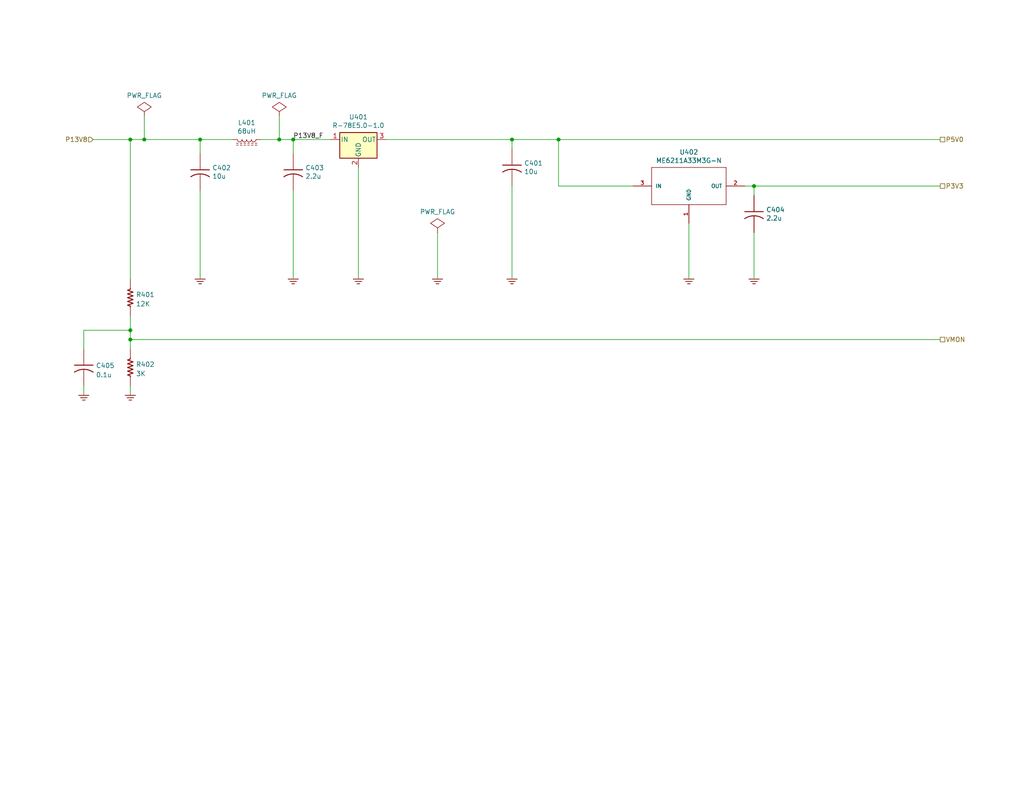
<source format=kicad_sch>
(kicad_sch (version 20211123) (generator eeschema)
  (paper "A")
  (title_block (title "Quad output VFO") (rev "X2"))
  (lib_symbols
    (symbol "Device:L_Ferrite" (pin_numbers hide) (pin_names (offset 1.016) hide)
      (property "Reference" "L" (at -1.27 0 90))
      (property "Value" "L_Ferrite" (at 2.794 0 90))
      (symbol "L_Ferrite_0_1"
        (arc (start 0 -2.54) (mid 0.635 -1.905) (end 0 -1.27))
        (arc (start 0 -1.27) (mid 0.635 -0.635) (end 0 0))
        (polyline (pts (xy 1.016 -2.794) (xy 1.016 -2.286)))
        (polyline (pts (xy 1.016 -1.778) (xy 1.016 -1.27)))
        (polyline (pts (xy 1.016 -0.762) (xy 1.016 -0.254)))
        (polyline (pts (xy 1.016 0.254) (xy 1.016 0.762)))
        (polyline (pts (xy 1.016 1.27) (xy 1.016 1.778)))
        (polyline (pts (xy 1.016 2.286) (xy 1.016 2.794)))
        (polyline (pts (xy 1.524 -2.286) (xy 1.524 -2.794)))
        (polyline (pts (xy 1.524 -1.27) (xy 1.524 -1.778)))
        (polyline (pts (xy 1.524 -0.254) (xy 1.524 -0.762)))
        (polyline (pts (xy 1.524 0.762) (xy 1.524 0.254)))
        (polyline (pts (xy 1.524 1.778) (xy 1.524 1.27)))
        (polyline (pts (xy 1.524 2.794) (xy 1.524 2.286)))
        (arc (start 0 0) (mid 0.635 0.635) (end 0 1.27))
        (arc (start 0 1.27) (mid 0.635 1.905) (end 0 2.54))
      )
      (symbol "L_Ferrite_1_1"
        (pin passive line (at 0 3.81 270) (length 1.27) (name "1") (number "1"))
        (pin passive line (at 0 -3.81 90) (length 1.27) (name "2") (number "2"))
      )
    )
    (symbol "custom:C_US" (pin_numbers hide) (pin_names (offset 0.254) hide)
      (property "Reference" "C" (at 1.27 2.54 0))
      (property "Value" "C_US" (at 1.27 -2.54 0))
      (symbol "C_US_0_1"
        (polyline (pts (xy -2.54 0.635) (xy 2.54 0.635) (xy 2.54 0.635)) (stroke (width 0.254)))
        (arc (start 2.54 -1.27) (mid 0 -0.5009) (end -2.54 -1.27) (stroke (width 0.254)))
      )
      (symbol "C_US_1_1"
        (pin passive line (at 0 5.08 270) (length 4.445) (name "~") (number "1"))
        (pin passive line (at 0 -5.08 90) (length 4.445) (name "~") (number "2"))
      )
    )
    (symbol "custom:C_US_0805_0.1UF_X7R_10%_50V_HS" (pin_numbers hide) (pin_names (offset 0.254) hide)
      (property "Reference" "C" (at 1.27 2.54 0))
      (property "Value" "C_US_0805_0.1UF_X7R_10%_50V_HS" (at 1.27 -2.54 0))
      (symbol "C_US_0805_0.1UF_X7R_10%_50V_HS_0_1"
        (polyline (pts (xy -2.54 0.635) (xy 2.54 0.635) (xy 2.54 0.635)) (stroke (width 0.254)))
        (arc (start 2.54 -1.27) (mid 0 -0.5009) (end -2.54 -1.27) (stroke (width 0.254)))
      )
      (symbol "C_US_0805_0.1UF_X7R_10%_50V_HS_1_1"
        (pin passive line (at 0 5.08 270) (length 4.445) (name "~") (number "1"))
        (pin passive line (at 0 -5.08 90) (length 4.445) (name "~") (number "2"))
      )
    )
    (symbol "custom:GND_US" (power) (pin_names (offset 0))
      (symbol "GND_US_0_1"
        (polyline (pts (xy -1.397 0) (xy 1.397 0)) (stroke (width 0.2032)))
        (polyline (pts (xy -0.889 -0.635) (xy 0.889 -0.635)) (stroke (width 0.2032)))
        (polyline (pts (xy -0.381 -1.27) (xy 0.381 -1.27)) (stroke (width 0.2032)))
      )
      (symbol "GND_US_1_1"
        (pin power_in line (at 0 0 90) (length 0) hide (name "GND") (number "1"))
      )
    )
    (symbol "custom:ME6211A33M3G-N" (pin_names (offset 1.016))
      (property "Reference" "U" (at -5.08 10.16 0))
      (property "Value" "ME6211A33M3G-N" (at -9.144 5.588 0))
      (symbol "ME6211A33M3G-N_1_0"
        (polyline (pts (xy -10.16 -5.08) (xy 10.16 -5.08)))
        (polyline (pts (xy -10.16 5.08) (xy -10.16 -5.08)))
        (polyline (pts (xy 10.16 -5.08) (xy 10.16 5.08)))
        (polyline (pts (xy 10.16 5.08) (xy -10.16 5.08)))
      )
      (symbol "ME6211A33M3G-N_1_1"
        (pin power_in line (at 0 -10.16 90) (length 5.08) (name "GND") (number "1"))
        (pin power_out line (at 15.24 0 180) (length 5.08) (name "OUT") (number "2"))
        (pin power_in line (at -15.24 0 0) (length 5.08) (name "IN") (number "3"))
      )
    )
    (symbol "custom:PWR_FLAG" (power) (pin_numbers hide) (pin_names (offset 0) hide)
      (property "Value" "PWR_FLAG" (at 0 4.572 0))
      (symbol "PWR_FLAG_0_0"
        (pin power_out line (at 0 0 90) (length 0) (name "pwr") (number "1"))
      )
      (symbol "PWR_FLAG_0_1"
        (polyline (pts (xy 0 0) (xy 0 1.27) (xy -1.905 2.54) (xy 0 3.81) (xy 1.905 2.54) (xy 0 1.27)))
      )
    )
    (symbol "custom:R-78E5.0-1.0" (pin_names (offset 0.254))
      (property "Reference" "U" (at -3.81 3.175 0))
      (property "Value" "R-78E5.0-1.0" (at 0 3.175 0))
      (symbol "R-78E5.0-1.0_0_1"
        (rectangle (start -5.08 1.905) (end 5.08 -5.08) (stroke (width 0.254)) (fill (type background)))
      )
      (symbol "R-78E5.0-1.0_1_1"
        (pin power_in line (at -7.62 0 0) (length 2.54) (name "IN") (number "1"))
        (pin power_in line (at 0 -7.62 90) (length 2.54) (name "GND") (number "2"))
        (pin power_out line (at 7.62 0 180) (length 2.54) (name "OUT") (number "3"))
      )
    )
    (symbol "custom:R_US_0805_1%_HS" (pin_numbers hide) (pin_names (offset 1.016) hide)
      (property "Reference" "R" (at 2.032 0 90))
      (property "Value" "R_US_0805_1%_HS" (at -2.032 0 90))
      (symbol "R_US_0805_1%_HS_0_0"
        (polyline (pts (xy 0 -2.54) (xy 0 -2.54) (xy 0 -2.286) (xy -0.762 -2.032) (xy 0.762 -1.524) (xy -0.762 -1.016) (xy 0.762 -0.508) (xy -0.762 0) (xy 0.762 0.508) (xy -0.762 1.016) (xy 0.762 1.524) (xy -0.762 2.032) (xy 0 2.286) (xy 0 2.54) (xy 0 2.54)) (stroke (width 0.254)))
      )
      (symbol "R_US_0805_1%_HS_1_1"
        (pin passive line (at 0 5.08 270) (length 2.54) (name "~") (number "1"))
        (pin passive line (at 0 -5.08 90) (length 2.54) (name "~") (number "2"))
      )
    )
  )
  (junction (at 152.4 38.1))
  (junction (at 35.56 92.71))
  (junction (at 80.01 38.1))
  (junction (at 54.61 38.1))
  (junction (at 139.7 38.1))
  (junction (at 35.56 38.1))
  (junction (at 205.74 50.8))
  (junction (at 39.37 38.1))
  (junction (at 76.2 38.1))
  (junction (at 35.56 90.17))
  (wire (pts (xy 139.7 38.1) (xy 139.7 40.64)))
  (wire (pts (xy 152.4 38.1) (xy 139.7 38.1)))
  (wire (pts (xy 35.56 86.36) (xy 35.56 90.17)))
  (wire (pts (xy 205.74 63.5) (xy 205.74 76.2)))
  (wire (pts (xy 119.38 63.5) (xy 119.38 76.2)))
  (wire (pts (xy 139.7 50.8) (xy 139.7 76.2)))
  (wire (pts (xy 35.56 90.17) (xy 35.56 92.71)))
  (wire (pts (xy 256.54 38.1) (xy 152.4 38.1)))
  (wire (pts (xy 35.56 92.71) (xy 35.56 95.25)))
  (wire (pts (xy 35.56 38.1) (xy 25.4 38.1)))
  (wire (pts (xy 39.37 38.1) (xy 35.56 38.1)))
  (wire (pts (xy 35.56 105.41) (xy 35.56 107.95)))
  (wire (pts (xy 54.61 41.91) (xy 54.61 38.1)))
  (wire (pts (xy 80.01 41.91) (xy 80.01 38.1)))
  (wire (pts (xy 205.74 53.34) (xy 205.74 50.8)))
  (wire (pts (xy 35.56 38.1) (xy 35.56 76.2)))
  (wire (pts (xy 80.01 52.07) (xy 80.01 76.2)))
  (wire (pts (xy 76.2 38.1) (xy 80.01 38.1)))
  (wire (pts (xy 22.86 105.41) (xy 22.86 107.95)))
  (wire (pts (xy 71.12 38.1) (xy 76.2 38.1)))
  (wire (pts (xy 54.61 52.07) (xy 54.61 76.2)))
  (wire (pts (xy 203.2 50.8) (xy 205.74 50.8)))
  (wire (pts (xy 76.2 31.75) (xy 76.2 38.1)))
  (wire (pts (xy 105.41 38.1) (xy 139.7 38.1)))
  (wire (pts (xy 152.4 50.8) (xy 152.4 38.1)))
  (wire (pts (xy 172.72 50.8) (xy 152.4 50.8)))
  (wire (pts (xy 80.01 38.1) (xy 90.17 38.1)))
  (wire (pts (xy 54.61 38.1) (xy 39.37 38.1)))
  (wire (pts (xy 39.37 31.75) (xy 39.37 38.1)))
  (wire (pts (xy 205.74 50.8) (xy 256.54 50.8)))
  (wire (pts (xy 187.96 60.96) (xy 187.96 76.2)))
  (wire (pts (xy 22.86 90.17) (xy 35.56 90.17)))
  (wire (pts (xy 63.5 38.1) (xy 54.61 38.1)))
  (wire (pts (xy 35.56 92.71) (xy 256.54 92.71)))
  (wire (pts (xy 97.79 45.72) (xy 97.79 76.2)))
  (wire (pts (xy 22.86 95.25) (xy 22.86 90.17)))
  (label "P13V8_F" (at 80.01 38.1 0))
  (hierarchical_label "P13V8" (shape input) (at 25.4 38.1 180))
  (hierarchical_label "P5V0" (shape passive) (at 256.54 38.1 0))
  (hierarchical_label "P3V3" (shape passive) (at 256.54 50.8 0))
  (hierarchical_label "VMON" (shape passive) (at 256.54 92.71 0))
  (symbol (lib_id "custom:R-78E5.0-1.0") (at 97.79 38.1 0) (unit 1)
    (property "Reference" "U401" (at 97.79 31.9532 0))
    (property "Value" "R-78E5.0-1.0" (at 97.79 34.2646 0))
    (property "Footprint" "mods:RECom_R-78Ex.x-1.0" (effects hide))
    (property "Datasheet" "https://www.recom-power.com/pdf/Innoline/R-78Exx-0.5.pdf" (effects hide))
    (property "PartNumber" "800201-500" (effects hide))
  )
  (symbol (lib_id "custom:GND_US") (at 97.79 76.2 0) (unit 1)
    (property "Reference" "#PWR0403" (effects hide))
    (property "Value" "GND_US" (effects hide))
  )
  (symbol (lib_id "Device:L_Ferrite") (at 67.31 38.1 270) (unit 1)
    (property "Reference" "L401" (at 67.31 33.5026 90))
    (property "Value" "68uH" (at 67.31 35.814 90))
    (property "Footprint" "mods:IND-DRUM-7.8MMx5MM" (effects hide))
    (property "PartNumber" "800281-101" (effects hide))
  )
  (symbol (lib_id "custom:C_US") (at 80.01 46.99 0) (unit 1)
    (property "Reference" "C403" (at 83.312 45.8216 0) (effects (justify left)))
    (property "Value" "2.2u" (at 83.312 48.133 0) (effects (justify left)))
    (property "Footprint" "Capacitor_SMD:C_0805_2012Metric_Pad1.18x1.45mm_HandSolder" (effects hide))
    (property "PartNumber" "800003-225" (effects hide))
  )
  (symbol (lib_id "custom:GND_US") (at 80.01 76.2 0) (unit 1)
    (property "Reference" "#PWR0402" (effects hide))
    (property "Value" "GND_US" (effects hide))
  )
  (symbol (lib_id "custom:GND_US") (at 54.61 76.2 0) (unit 1)
    (property "Reference" "#PWR0401" (effects hide))
    (property "Value" "GND_US" (effects hide))
  )
  (symbol (lib_id "custom:C_US") (at 54.61 46.99 0) (unit 1)
    (property "Reference" "C402" (at 57.912 45.8216 0) (effects (justify left)))
    (property "Value" "10u" (at 57.912 48.133 0) (effects (justify left)))
    (property "Footprint" "Capacitor_SMD:C_0805_2012Metric_Pad1.18x1.45mm_HandSolder" (effects hide))
    (property "PartNumber" "800003-106" (effects hide))
  )
  (symbol (lib_id "custom:C_US") (at 139.7 45.72 0) (unit 1)
    (property "Reference" "C401" (at 143.002 44.5516 0) (effects (justify left)))
    (property "Value" "10u" (at 143.002 46.863 0) (effects (justify left)))
    (property "Footprint" "Capacitor_SMD:C_0805_2012Metric_Pad1.18x1.45mm_HandSolder" (effects hide))
    (property "PartNumber" "800003-106" (effects hide))
  )
  (symbol (lib_id "custom:GND_US") (at 139.7 76.2 0) (unit 1)
    (property "Reference" "#PWR0405" (effects hide))
    (property "Value" "GND_US" (effects hide))
  )
  (symbol (lib_id "custom:ME6211A33M3G-N") (at 187.96 50.8 0) (unit 1)
    (property "Reference" "U402" (at 187.96 41.529 0))
    (property "Value" "ME6211A33M3G-N" (at 187.96 43.8404 0))
    (property "Footprint" "mods:SOT23-3-SAR-V2" (effects hide))
    (property "PartNumber" "800187-101" (effects hide))
  )
  (symbol (lib_id "custom:GND_US") (at 187.96 76.2 0) (unit 1)
    (property "Reference" "#PWR0406" (effects hide))
    (property "Value" "GND_US" (effects hide))
  )
  (symbol (lib_id "custom:C_US") (at 205.74 58.42 0) (unit 1)
    (property "Reference" "C404" (at 209.042 57.2516 0) (effects (justify left)))
    (property "Value" "2.2u" (at 209.042 59.563 0) (effects (justify left)))
    (property "Footprint" "Capacitor_SMD:C_0805_2012Metric_Pad1.18x1.45mm_HandSolder" (effects hide))
    (property "PartNumber" "800003-225" (effects hide))
  )
  (symbol (lib_id "custom:GND_US") (at 205.74 76.2 0) (unit 1)
    (property "Reference" "#PWR0407" (effects hide))
    (property "Value" "GND_US" (effects hide))
  )
  (symbol (lib_id "custom:PWR_FLAG") (at 39.37 31.75 0) (unit 1)
    (property "Reference" "#FLG0401" (effects hide))
    (property "Value" "PWR_FLAG" (at 39.37 26.0858 0))
  )
  (symbol (lib_id "custom:PWR_FLAG") (at 119.38 63.5 0) (unit 1)
    (property "Reference" "#FLG0403" (effects hide))
    (property "Value" "PWR_FLAG" (at 119.38 57.8358 0))
  )
  (symbol (lib_id "custom:GND_US") (at 119.38 76.2 0) (unit 1)
    (property "Reference" "#PWR0404" (effects hide))
    (property "Value" "GND_US" (effects hide))
  )
  (symbol (lib_id "custom:PWR_FLAG") (at 76.2 31.75 0) (unit 1)
    (property "Reference" "#FLG0402" (effects hide))
    (property "Value" "PWR_FLAG" (at 76.2 26.0858 0))
  )
  (symbol (lib_id "custom:C_US_0805_0.1UF_X7R_10%_50V_HS") (at 22.86 100.33 0) (unit 1)
    (property "Reference" "C405" (at 26.162 99.8128 0) (effects (justify left)))
    (property "Value" "0.1u" (at 26.162 102.3497 0) (effects (justify left)))
    (property "Footprint" "Capacitor_SMD:C_0805_2012Metric_Pad1.18x1.45mm_HandSolder" (effects hide))
    (property "PartNumber" "800238-104" (effects hide))
  )
  (symbol (lib_id "custom:GND_US") (at 35.56 107.95 0) (unit 1)
    (property "Reference" "#PWR0409" (effects hide))
    (property "Value" "GND_US" (effects hide))
  )
  (symbol (lib_id "custom:R_US_0805_1%_HS") (at 35.56 81.28 0) (unit 1)
    (property "Reference" "R401" (at 37.084 80.4453 0) (effects (justify left)))
    (property "Value" "12K" (at 37.084 82.9822 0) (effects (justify left)))
    (property "Footprint" "Resistor_SMD:R_0805_2012Metric_Pad1.20x1.40mm_HandSolder" (effects hide))
    (property "PartNumber" "800235-123" (effects hide))
  )
  (symbol (lib_id "custom:R_US_0805_1%_HS") (at 35.56 100.33 0) (unit 1)
    (property "Reference" "R402" (at 37.084 99.4953 0) (effects (justify left)))
    (property "Value" "3K" (at 37.084 102.0322 0) (effects (justify left)))
    (property "Footprint" "Resistor_SMD:R_0805_2012Metric_Pad1.20x1.40mm_HandSolder" (effects hide))
    (property "PartNumber" "800235-302" (effects hide))
  )
  (symbol (lib_id "custom:GND_US") (at 22.86 107.95 0) (unit 1)
    (property "Reference" "#PWR0408" (effects hide))
    (property "Value" "GND_US" (effects hide))
  )
)
</source>
